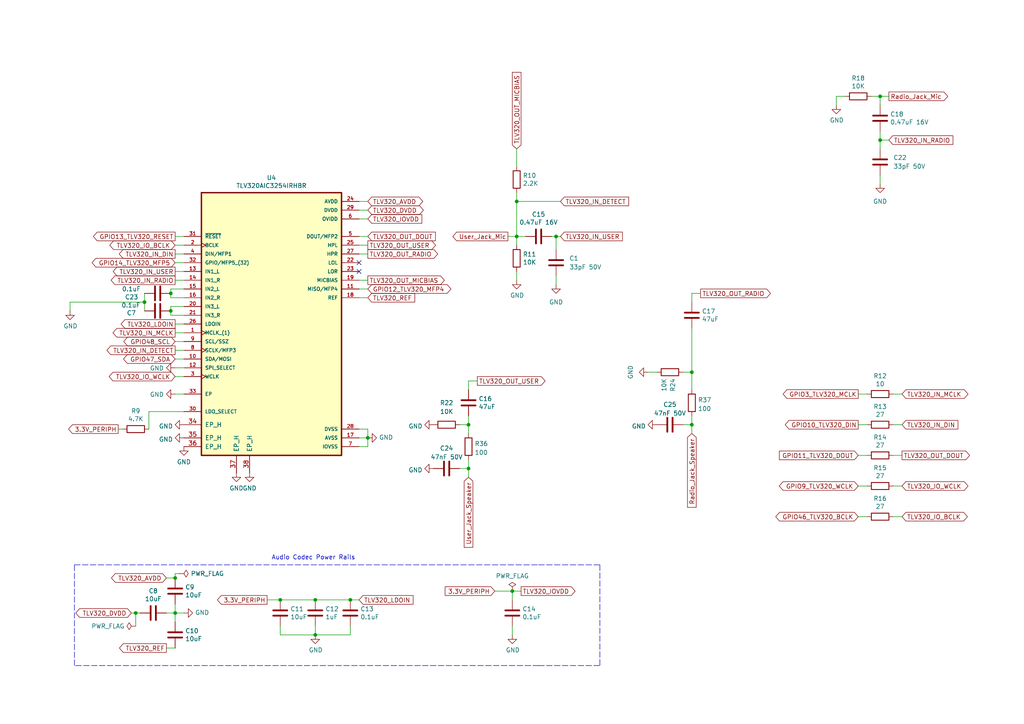
<source format=kicad_sch>
(kicad_sch (version 20211123) (generator eeschema)
  (paper "A4")
  (title_block (title "ezDV Audio Codec") (date "2023-04-03") (rev "v0.8") (company "FreeDV Project"))
  (lib_symbols
    (symbol "Device:C" (pin_numbers hide) (pin_names (offset 0.254))
      (property "Reference" "C" (at 0.635 2.54 0))
      (property "Value" "C" (at 0.635 -2.54 0))
      (symbol "C_0_1"
        (polyline (pts (xy -2.032 -0.762) (xy 2.032 -0.762)) (stroke (width 0.508)))
        (polyline (pts (xy -2.032 0.762) (xy 2.032 0.762)) (stroke (width 0.508)))
      )
      (symbol "C_1_1"
        (pin passive line (at 0 3.81 270) (length 2.794) (name "~") (number "1"))
        (pin passive line (at 0 -3.81 90) (length 2.794) (name "~") (number "2"))
      )
    )
    (symbol "Device:R" (pin_numbers hide) (pin_names (offset 0))
      (property "Reference" "R" (at 2.032 0 90))
      (property "Value" "R" (at 0 0 90))
      (symbol "R_0_1"
        (rectangle (start -1.016 -2.54) (end 1.016 2.54) (stroke (width 0.254)))
      )
      (symbol "R_1_1"
        (pin passive line (at 0 3.81 270) (length 1.27) (name "~") (number "1"))
        (pin passive line (at 0 -3.81 90) (length 1.27) (name "~") (number "2"))
      )
    )
    (symbol "TLV320AIC3254IRHBR:TLV320AIC3254IRHBR" (pin_names (offset 1.016))
      (property "Reference" "U4" (at 0 42.418 0))
      (property "Value" "TLV320AIC3254IRHBR" (at 0 40.1066 0))
      (symbol "TLV320AIC3254IRHBR_0_0"
        (rectangle (start -20.32 -38.1) (end 20.32 38.1) (stroke (width 0.4064)) (fill (type background)))
        (pin input clock (at -25.4 -2.54 0) (length 5.08) (name "MCLK_(1)") (number "1"))
        (pin input line (at -25.4 -10.16 0) (length 5.08) (name "SDA/MOSI") (number "10"))
        (pin output line (at 25.4 10.16 180) (length 5.08) (name "MISO/MFP4") (number "11"))
        (pin input line (at -25.4 -12.7 0) (length 5.08) (name "SPI_SELECT") (number "12"))
        (pin input line (at -25.4 15.24 0) (length 5.08) (name "IN1_L") (number "13"))
        (pin input line (at -25.4 12.7 0) (length 5.08) (name "IN1_R") (number "14"))
        (pin input line (at -25.4 10.16 0) (length 5.08) (name "IN2_L") (number "15"))
        (pin input line (at -25.4 7.62 0) (length 5.08) (name "IN2_R") (number "16"))
        (pin power_in line (at 25.4 -33.02 180) (length 5.08) (name "AVSS") (number "17"))
        (pin output line (at 25.4 7.62 180) (length 5.08) (name "REF") (number "18"))
        (pin output line (at 25.4 12.7 180) (length 5.08) (name "MICBIAS") (number "19"))
        (pin input clock (at -25.4 22.86 0) (length 5.08) (name "BCLK") (number "2"))
        (pin input line (at -25.4 5.08 0) (length 5.08) (name "IN3_L") (number "20"))
        (pin input line (at -25.4 2.54 0) (length 5.08) (name "IN3_R") (number "21"))
        (pin output line (at 25.4 17.78 180) (length 5.08) (name "LOL") (number "22"))
        (pin output line (at 25.4 15.24 180) (length 5.08) (name "LOR") (number "23"))
        (pin power_in line (at 25.4 35.56 180) (length 5.08) (name "AVDD") (number "24"))
        (pin output line (at 25.4 22.86 180) (length 5.08) (name "HPL") (number "25"))
        (pin input line (at -25.4 0 0) (length 5.08) (name "LDOIN") (number "26"))
        (pin output line (at 25.4 20.32 180) (length 5.08) (name "HPR") (number "27"))
        (pin power_in line (at 25.4 -30.48 180) (length 5.08) (name "DVSS") (number "28"))
        (pin power_in line (at 25.4 33.02 180) (length 5.08) (name "DVDD") (number "29"))
        (pin input clock (at -25.4 -15.24 0) (length 5.08) (name "WCLK") (number "3"))
        (pin bidirectional line (at -25.4 -25.4 0) (length 5.08) (name "LDO_SELECT") (number "30"))
        (pin input line (at -25.4 25.4 0) (length 5.08) (name "~{RESET}") (number "31"))
        (pin input line (at -25.4 17.78 0) (length 5.08) (name "GPIO/MFP5_(32)") (number "32"))
        (pin bidirectional line (at -25.4 -20.32 0) (length 5.08) (name "EP") (number "33"))
        (pin input line (at -25.4 20.32 0) (length 5.08) (name "DIN/MFP1") (number "4"))
        (pin output line (at 25.4 25.4 180) (length 5.08) (name "DOUT/MFP2") (number "5"))
        (pin power_in line (at 25.4 30.48 180) (length 5.08) (name "OVIDD") (number "6"))
        (pin power_in line (at 25.4 -35.56 180) (length 5.08) (name "IOVSS") (number "7"))
        (pin input clock (at -25.4 -7.62 0) (length 5.08) (name "SCLK/MFP3") (number "8"))
        (pin input line (at -25.4 -5.08 0) (length 5.08) (name "SCL/SSZ") (number "9"))
      )
      (symbol "TLV320AIC3254IRHBR_1_1"
        (pin bidirectional line (at -25.4 -29.21 0) (length 5.08) (name "EP_H") (number "34"))
        (pin bidirectional line (at -25.4 -33.02 0) (length 5.08) (name "EP_H") (number "35"))
        (pin bidirectional line (at -25.4 -35.56 0) (length 5.08) (name "EP_H") (number "36"))
        (pin bidirectional line (at -10.16 -43.18 90) (length 5.08) (name "EP_H") (number "37"))
        (pin bidirectional line (at -6.35 -43.18 90) (length 5.08) (name "EP_H") (number "38"))
      )
    )
    (symbol "power:GND" (power) (pin_names (offset 0))
      (property "Value" "GND" (at 0 -3.81 0))
      (symbol "GND_0_1"
        (polyline (pts (xy 0 0) (xy 0 -1.27) (xy 1.27 -1.27) (xy 0 -2.54) (xy -1.27 -1.27) (xy 0 -1.27)))
      )
      (symbol "GND_1_1"
        (pin power_in line (at 0 0 270) (length 0) hide (name "GND") (number "1"))
      )
    )
    (symbol "power:PWR_FLAG" (power) (pin_numbers hide) (pin_names (offset 0) hide)
      (property "Value" "PWR_FLAG" (at 0 3.81 0))
      (symbol "PWR_FLAG_0_0"
        (pin power_out line (at 0 0 90) (length 0) (name "pwr") (number "1"))
      )
      (symbol "PWR_FLAG_0_1"
        (polyline (pts (xy 0 0) (xy 0 1.27) (xy -1.016 1.905) (xy 0 2.54) (xy 1.016 1.905) (xy 0 1.27)))
      )
    )
  )
  (junction (at 148.59 171.45))
  (junction (at 50.8 167.64))
  (junction (at 41.91 87.63))
  (junction (at 39.37 177.8))
  (junction (at 200.66 123.19))
  (junction (at 200.66 107.95))
  (junction (at 135.89 123.19))
  (junction (at 255.27 40.64))
  (junction (at 149.86 68.58))
  (junction (at 49.53 90.17))
  (junction (at 149.86 58.42))
  (junction (at 50.8 177.8))
  (junction (at 91.44 173.99))
  (junction (at 161.29 68.58))
  (junction (at 91.44 184.15))
  (junction (at 101.6 173.99))
  (junction (at 255.27 27.94))
  (junction (at 135.89 135.89))
  (junction (at 106.68 127))
  (junction (at 81.28 173.99))
  (junction (at 49.53 85.09))
  (no_connect (at 104.14 78.74))
  (no_connect (at 104.14 76.2))
  (wire (pts (xy 255.27 30.48) (xy 255.27 27.94)))
  (wire (pts (xy 50.8 78.74) (xy 53.34 78.74)))
  (wire (pts (xy 255.27 50.8) (xy 255.27 53.34)))
  (wire (pts (xy 106.68 73.66) (xy 104.14 73.66)))
  (wire (pts (xy 104.14 129.54) (xy 106.68 129.54)))
  (wire (pts (xy 148.59 171.45) (xy 151.13 171.45)))
  (wire (pts (xy 255.27 40.64) (xy 255.27 43.18)))
  (wire (pts (xy 200.66 85.09) (xy 203.2 85.09)))
  (wire (pts (xy 101.6 181.61) (xy 101.6 184.15)))
  (wire (pts (xy 162.56 58.42) (xy 149.86 58.42)))
  (wire (pts (xy 104.14 63.5) (xy 106.68 63.5)))
  (wire (pts (xy 200.66 107.95) (xy 200.66 113.03)))
  (wire (pts (xy 104.14 127) (xy 106.68 127)))
  (wire (pts (xy 34.29 124.46) (xy 35.56 124.46)))
  (wire (pts (xy 147.32 68.58) (xy 149.86 68.58)))
  (wire (pts (xy 200.66 123.19) (xy 200.66 125.73)))
  (wire (pts (xy 106.68 129.54) (xy 106.68 127)))
  (wire (pts (xy 190.5 107.95) (xy 187.96 107.95)))
  (polyline (pts (xy 156.21 193.04) (xy 21.59 193.04)))
  (wire (pts (xy 200.66 87.63) (xy 200.66 85.09)))
  (wire (pts (xy 104.14 58.42) (xy 106.68 58.42)))
  (wire (pts (xy 104.14 124.46) (xy 106.68 124.46)))
  (wire (pts (xy 248.92 140.97) (xy 251.46 140.97)))
  (wire (pts (xy 49.53 85.09) (xy 49.53 86.36)))
  (wire (pts (xy 149.86 55.88) (xy 149.86 58.42)))
  (wire (pts (xy 106.68 60.96) (xy 104.14 60.96)))
  (wire (pts (xy 53.34 68.58) (xy 50.8 68.58)))
  (wire (pts (xy 50.8 73.66) (xy 53.34 73.66)))
  (wire (pts (xy 152.4 68.58) (xy 149.86 68.58)))
  (wire (pts (xy 81.28 173.99) (xy 77.47 173.99)))
  (wire (pts (xy 135.89 110.49) (xy 138.43 110.49)))
  (wire (pts (xy 251.46 149.86) (xy 248.92 149.86)))
  (wire (pts (xy 149.86 58.42) (xy 149.86 68.58)))
  (wire (pts (xy 50.8 177.8) (xy 53.34 177.8)))
  (wire (pts (xy 50.8 175.26) (xy 50.8 177.8)))
  (wire (pts (xy 20.32 87.63) (xy 20.32 90.17)))
  (wire (pts (xy 20.32 87.63) (xy 41.91 87.63)))
  (wire (pts (xy 50.8 187.96) (xy 48.26 187.96)))
  (wire (pts (xy 91.44 173.99) (xy 101.6 173.99)))
  (wire (pts (xy 161.29 68.58) (xy 162.56 68.58)))
  (polyline (pts (xy 156.21 193.04) (xy 173.99 193.04)))
  (wire (pts (xy 198.12 123.19) (xy 200.66 123.19)))
  (wire (pts (xy 53.34 83.82) (xy 49.53 83.82)))
  (wire (pts (xy 255.27 40.64) (xy 257.81 40.64)))
  (wire (pts (xy 81.28 184.15) (xy 81.28 181.61)))
  (wire (pts (xy 43.18 119.38) (xy 53.34 119.38)))
  (wire (pts (xy 261.62 140.97) (xy 259.08 140.97)))
  (wire (pts (xy 53.34 106.68) (xy 50.8 106.68)))
  (wire (pts (xy 149.86 43.18) (xy 149.86 48.26)))
  (wire (pts (xy 248.92 123.19) (xy 251.46 123.19)))
  (wire (pts (xy 135.89 123.19) (xy 135.89 120.65)))
  (wire (pts (xy 259.08 149.86) (xy 261.62 149.86)))
  (polyline (pts (xy 156.21 163.83) (xy 173.99 163.83)))
  (wire (pts (xy 39.37 177.8) (xy 38.1 177.8)))
  (wire (pts (xy 53.34 86.36) (xy 49.53 86.36)))
  (wire (pts (xy 259.08 123.19) (xy 261.62 123.19)))
  (wire (pts (xy 261.62 114.3) (xy 259.08 114.3)))
  (wire (pts (xy 143.51 171.45) (xy 148.59 171.45)))
  (wire (pts (xy 148.59 181.61) (xy 148.59 184.15)))
  (wire (pts (xy 149.86 68.58) (xy 149.86 71.12)))
  (wire (pts (xy 104.14 86.36) (xy 106.68 86.36)))
  (polyline (pts (xy 21.59 163.83) (xy 156.21 163.83)))
  (wire (pts (xy 148.59 173.99) (xy 148.59 171.45)))
  (polyline (pts (xy 173.99 163.83) (xy 173.99 193.04)))
  (wire (pts (xy 50.8 99.06) (xy 53.34 99.06)))
  (wire (pts (xy 50.8 93.98) (xy 53.34 93.98)))
  (wire (pts (xy 133.35 123.19) (xy 135.89 123.19)))
  (wire (pts (xy 245.11 27.94) (xy 242.57 27.94)))
  (wire (pts (xy 198.12 107.95) (xy 200.66 107.95)))
  (wire (pts (xy 104.14 173.99) (xy 101.6 173.99)))
  (wire (pts (xy 41.91 87.63) (xy 41.91 90.17)))
  (wire (pts (xy 91.44 184.15) (xy 81.28 184.15)))
  (wire (pts (xy 133.35 135.89) (xy 135.89 135.89)))
  (wire (pts (xy 40.64 177.8) (xy 39.37 177.8)))
  (wire (pts (xy 161.29 80.01) (xy 161.29 82.55)))
  (wire (pts (xy 104.14 83.82) (xy 106.68 83.82)))
  (wire (pts (xy 135.89 123.19) (xy 135.89 125.73)))
  (wire (pts (xy 53.34 81.28) (xy 50.8 81.28)))
  (wire (pts (xy 49.53 90.17) (xy 49.53 91.44)))
  (wire (pts (xy 50.8 167.64) (xy 48.26 167.64)))
  (wire (pts (xy 255.27 27.94) (xy 257.81 27.94)))
  (wire (pts (xy 81.28 173.99) (xy 91.44 173.99)))
  (wire (pts (xy 104.14 71.12) (xy 106.68 71.12)))
  (wire (pts (xy 251.46 114.3) (xy 248.92 114.3)))
  (polyline (pts (xy 21.59 193.04) (xy 21.59 163.83)))
  (wire (pts (xy 200.66 120.65) (xy 200.66 123.19)))
  (wire (pts (xy 160.02 68.58) (xy 161.29 68.58)))
  (wire (pts (xy 104.14 81.28) (xy 106.68 81.28)))
  (wire (pts (xy 50.8 166.37) (xy 50.8 167.64)))
  (wire (pts (xy 53.34 76.2) (xy 50.8 76.2)))
  (wire (pts (xy 255.27 27.94) (xy 252.73 27.94)))
  (wire (pts (xy 161.29 68.58) (xy 161.29 72.39)))
  (wire (pts (xy 101.6 184.15) (xy 91.44 184.15)))
  (wire (pts (xy 50.8 180.34) (xy 50.8 177.8)))
  (wire (pts (xy 135.89 135.89) (xy 135.89 133.35)))
  (wire (pts (xy 53.34 88.9) (xy 49.53 88.9)))
  (wire (pts (xy 48.26 177.8) (xy 50.8 177.8)))
  (wire (pts (xy 251.46 132.08) (xy 248.92 132.08)))
  (wire (pts (xy 106.68 124.46) (xy 106.68 127)))
  (wire (pts (xy 39.37 181.61) (xy 39.37 177.8)))
  (wire (pts (xy 53.34 71.12) (xy 50.8 71.12)))
  (wire (pts (xy 53.34 101.6) (xy 50.8 101.6)))
  (wire (pts (xy 52.07 166.37) (xy 50.8 166.37)))
  (wire (pts (xy 43.18 124.46) (xy 43.18 119.38)))
  (wire (pts (xy 49.53 88.9) (xy 49.53 90.17)))
  (wire (pts (xy 53.34 109.22) (xy 50.8 109.22)))
  (wire (pts (xy 49.53 91.44) (xy 53.34 91.44)))
  (wire (pts (xy 149.86 81.28) (xy 149.86 78.74)))
  (wire (pts (xy 106.68 68.58) (xy 104.14 68.58)))
  (wire (pts (xy 255.27 38.1) (xy 255.27 40.64)))
  (wire (pts (xy 259.08 132.08) (xy 261.62 132.08)))
  (wire (pts (xy 41.91 87.63) (xy 41.91 85.09)))
  (wire (pts (xy 53.34 114.3) (xy 50.8 114.3)))
  (wire (pts (xy 200.66 95.25) (xy 200.66 107.95)))
  (wire (pts (xy 53.34 104.14) (xy 50.8 104.14)))
  (wire (pts (xy 135.89 135.89) (xy 135.89 138.43)))
  (wire (pts (xy 49.53 83.82) (xy 49.53 85.09)))
  (wire (pts (xy 91.44 184.15) (xy 91.44 181.61)))
  (wire (pts (xy 53.34 96.52) (xy 50.8 96.52)))
  (wire (pts (xy 242.57 27.94) (xy 242.57 30.48)))
  (wire (pts (xy 135.89 113.03) (xy 135.89 110.49)))
  (text "Audio Codec Power Rails" (at 78.74 162.56 0) (effects (font (size 1.27 1.27)) (justify left bottom)))
  (global_label "TLV320_IN_USER" (shape input) (at 162.56 68.58 0) (property "Intersheet References" "${INTERSHEET_REFS}" (effects hide)))
  (global_label "TLV320_IN_MCLK" (shape bidirectional) (at 261.62 114.3 0) (property "Intersheet References" "${INTERSHEET_REFS}" (effects hide)))
  (global_label "GPIO13_TLV320_RESET" (shape output) (at 50.8 68.58 180) (property "Intersheet References" "${INTERSHEET_REFS}" (effects hide)))
  (global_label "TLV320_AVDD" (shape bidirectional) (at 106.68 58.42 0) (property "Intersheet References" "${INTERSHEET_REFS}" (effects hide)))
  (global_label "User_Jack_Mic" (shape output) (at 147.32 68.58 180) (property "Intersheet References" "${INTERSHEET_REFS}" (effects hide)))
  (global_label "TLV320_IO_BCLK" (shape bidirectional) (at 50.8 71.12 180) (property "Intersheet References" "${INTERSHEET_REFS}" (effects hide)))
  (global_label "Radio_Jack_Speaker" (shape input) (at 200.66 125.73 270) (property "Intersheet References" "${INTERSHEET_REFS}" (effects hide)))
  (global_label "TLV320_IO_BCLK" (shape bidirectional) (at 261.62 149.86 0) (property "Intersheet References" "${INTERSHEET_REFS}" (effects hide)))
  (global_label "TLV320_OUT_USER" (shape output) (at 106.68 71.12 0) (property "Intersheet References" "${INTERSHEET_REFS}" (effects hide)))
  (global_label "TLV320_REF" (shape output) (at 48.26 187.96 180) (property "Intersheet References" "${INTERSHEET_REFS}" (effects hide)))
  (global_label "TLV320_IN_MCLK" (shape output) (at 50.8 96.52 180) (property "Intersheet References" "${INTERSHEET_REFS}" (effects hide)))
  (global_label "TLV320_LDOIN" (shape output) (at 50.8 93.98 180) (property "Intersheet References" "${INTERSHEET_REFS}" (effects hide)))
  (global_label "GPIO9_TLV320_WCLK" (shape bidirectional) (at 248.92 140.97 180) (property "Intersheet References" "${INTERSHEET_REFS}" (effects hide)))
  (global_label "TLV320_REF" (shape input) (at 106.68 86.36 0) (property "Intersheet References" "${INTERSHEET_REFS}" (effects hide)))
  (global_label "TLV320_IN_DETECT" (shape input) (at 162.56 58.42 0) (property "Intersheet References" "${INTERSHEET_REFS}" (effects hide)))
  (global_label "GPIO46_TLV320_BCLK" (shape bidirectional) (at 248.92 149.86 180) (property "Intersheet References" "${INTERSHEET_REFS}" (effects hide)))
  (global_label "TLV320_IOVDD" (shape output) (at 151.13 171.45 0) (property "Intersheet References" "${INTERSHEET_REFS}" (effects hide)))
  (global_label "GPIO47_SDA" (shape bidirectional) (at 50.8 104.14 180) (property "Intersheet References" "${INTERSHEET_REFS}" (effects hide)))
  (global_label "TLV320_IO_WCLK" (shape bidirectional) (at 261.62 140.97 0) (property "Intersheet References" "${INTERSHEET_REFS}" (effects hide)))
  (global_label "GPIO14_TLV320_MFP5" (shape bidirectional) (at 50.8 76.2 180) (property "Intersheet References" "${INTERSHEET_REFS}" (effects hide)))
  (global_label "TLV320_DVDD" (shape bidirectional) (at 38.1 177.8 180) (property "Intersheet References" "${INTERSHEET_REFS}" (effects hide)))
  (global_label "GPIO48_SCL" (shape bidirectional) (at 50.8 99.06 180) (property "Intersheet References" "${INTERSHEET_REFS}" (effects hide)))
  (global_label "TLV320_IN_DIN" (shape output) (at 50.8 73.66 180) (property "Intersheet References" "${INTERSHEET_REFS}" (effects hide)))
  (global_label "TLV320_OUT_USER" (shape output) (at 138.43 110.49 0) (property "Intersheet References" "${INTERSHEET_REFS}" (effects hide)))
  (global_label "TLV320_OUT_MICBIAS" (shape output) (at 106.68 81.28 0) (property "Intersheet References" "${INTERSHEET_REFS}" (effects hide)))
  (global_label "GPIO3_TLV320_MCLK" (shape output) (at 248.92 114.3 180) (property "Intersheet References" "${INTERSHEET_REFS}" (effects hide)))
  (global_label "TLV320_IN_RADIO" (shape input) (at 257.81 40.64 0) (property "Intersheet References" "${INTERSHEET_REFS}" (effects hide)))
  (global_label "TLV320_IO_WCLK" (shape bidirectional) (at 50.8 109.22 180) (property "Intersheet References" "${INTERSHEET_REFS}" (effects hide)))
  (global_label "TLV320_IOVDD" (shape input) (at 106.68 63.5 0) (property "Intersheet References" "${INTERSHEET_REFS}" (effects hide)))
  (global_label "Radio_Jack_Mic" (shape output) (at 257.81 27.94 0) (property "Intersheet References" "${INTERSHEET_REFS}" (effects hide)))
  (global_label "TLV320_OUT_DOUT" (shape input) (at 106.68 68.58 0) (property "Intersheet References" "${INTERSHEET_REFS}" (effects hide)))
  (global_label "TLV320_OUT_DOUT" (shape output) (at 261.62 132.08 0) (property "Intersheet References" "${INTERSHEET_REFS}" (effects hide)))
  (global_label "3.3V_PERIPH" (shape output) (at 34.29 124.46 180) (property "Intersheet References" "${INTERSHEET_REFS}" (effects hide)))
  (global_label "TLV320_IN_USER" (shape output) (at 50.8 78.74 180) (property "Intersheet References" "${INTERSHEET_REFS}" (effects hide)))
  (global_label "3.3V_PERIPH" (shape output) (at 77.47 173.99 180) (property "Intersheet References" "${INTERSHEET_REFS}" (effects hide)))
  (global_label "TLV320_DVDD" (shape bidirectional) (at 106.68 60.96 0) (property "Intersheet References" "${INTERSHEET_REFS}" (effects hide)))
  (global_label "TLV320_IN_RADIO" (shape output) (at 50.8 81.28 180) (property "Intersheet References" "${INTERSHEET_REFS}" (effects hide)))
  (global_label "TLV320_OUT_MICBIAS" (shape input) (at 149.86 43.18 90) (property "Intersheet References" "${INTERSHEET_REFS}" (effects hide)))
  (global_label "User_Jack_Speaker" (shape input) (at 135.89 138.43 270) (property "Intersheet References" "${INTERSHEET_REFS}" (effects hide)))
  (global_label "TLV320_IN_DETECT" (shape output) (at 50.8 101.6 180) (property "Intersheet References" "${INTERSHEET_REFS}" (effects hide)))
  (global_label "GPIO11_TLV320_DOUT" (shape input) (at 248.92 132.08 180) (property "Intersheet References" "${INTERSHEET_REFS}" (effects hide)))
  (global_label "GPIO10_TLV320_DIN" (shape output) (at 248.92 123.19 180) (property "Intersheet References" "${INTERSHEET_REFS}" (effects hide)))
  (global_label "TLV320_IN_DIN" (shape input) (at 261.62 123.19 0) (property "Intersheet References" "${INTERSHEET_REFS}" (effects hide)))
  (global_label "TLV320_LDOIN" (shape input) (at 104.14 173.99 0) (property "Intersheet References" "${INTERSHEET_REFS}" (effects hide)))
  (global_label "TLV320_AVDD" (shape bidirectional) (at 48.26 167.64 180) (property "Intersheet References" "${INTERSHEET_REFS}" (effects hide)))
  (global_label "TLV320_OUT_RADIO" (shape output) (at 203.2 85.09 0) (property "Intersheet References" "${INTERSHEET_REFS}" (effects hide)))
  (global_label "TLV320_OUT_RADIO" (shape output) (at 106.68 73.66 0) (property "Intersheet References" "${INTERSHEET_REFS}" (effects hide)))
  (global_label "GPIO12_TLV320_MFP4" (shape bidirectional) (at 106.68 83.82 0) (property "Intersheet References" "${INTERSHEET_REFS}" (effects hide)))
  (global_label "3.3V_PERIPH" (shape input) (at 143.51 171.45 180) (property "Intersheet References" "${INTERSHEET_REFS}" (effects hide)))
  (symbol (lib_id "power:GND") (at 161.29 82.55 0) (unit 1)
    (property "Reference" "#PWR041" (effects hide))
    (property "Value" "GND" (at 161.29 87.63 0))
  )
  (symbol (lib_id "Device:C") (at 91.44 177.8 0) (unit 1)
    (property "Reference" "C12" (at 94.361 176.6316 0) (effects (justify left)))
    (property "Value" "1uF" (at 94.361 178.943 0) (effects (justify left)))
    (property "Footprint" "Capacitor_SMD:C_0402_1005Metric" (effects hide))
    (property "Datasheet" "https://datasheet.lcsc.com/lcsc/1810191214_Samsung-Electro-Mechanics-CL05A105KP5NNNC_C14445.pdf" (effects hide))
    (property "LCSC" "C14445" (effects hide))
  )
  (symbol (lib_id "power:GND") (at 53.34 127 270) (unit 1)
    (property "Reference" "#PWR0112" (effects hide))
    (property "Value" "GND" (at 50.1651 127.4338 90) (effects (justify right)))
  )
  (symbol (lib_id "Device:R") (at 149.86 52.07 0) (unit 1)
    (property "Reference" "R10" (at 151.638 50.9016 0) (effects (justify left)))
    (property "Value" "2.2K" (at 151.638 53.213 0) (effects (justify left)))
    (property "Footprint" "Resistor_SMD:R_0402_1005Metric" (effects hide))
    (property "Datasheet" "https://datasheet.lcsc.com/lcsc/1809201112_YAGEO-RC0402FR-072K2L_C114762.pdf" (effects hide))
    (property "LCSC" "C114762" (effects hide))
  )
  (symbol (lib_id "power:GND") (at 242.57 30.48 0) (unit 1)
    (property "Reference" "#PWR020" (effects hide))
    (property "Value" "GND" (at 242.697 34.8742 0))
  )
  (symbol (lib_id "power:PWR_FLAG") (at 39.37 181.61 90) (unit 1)
    (property "Reference" "#FLG03" (effects hide))
    (property "Value" "PWR_FLAG" (at 36.1442 181.61 90) (effects (justify left)))
  )
  (symbol (lib_id "Device:R") (at 255.27 149.86 270) (unit 1)
    (property "Reference" "R16" (at 255.27 144.6022 90))
    (property "Value" "27" (at 255.27 146.9136 90))
    (property "Footprint" "Resistor_SMD:R_0402_1005Metric" (effects hide))
    (property "Datasheet" "https://datasheet.lcsc.com/lcsc/2110260230_UNI-ROYAL-Uniroyal-Elec-0402WGF274JTCE_C31439.pdf" (effects hide))
    (property "LCSC" "C31439" (effects hide))
  )
  (symbol (lib_id "TLV320AIC3254IRHBR:TLV320AIC3254IRHBR") (at 78.74 93.98 0) (unit 1)
    (property "Reference" "U4" (at 78.74 51.562 0))
    (property "Value" "TLV320AIC3254IRHBR" (at 78.74 53.8734 0))
    (property "Footprint" "ezDV_production:IC_ADS125H01IRHBT" (effects hide))
    (property "Datasheet" "https://www.ti.com/cn/lit/ds/symlink/tlv320aic3254.pdf?ts=1651153824042" (effects hide))
    (property "LCSC" "C9925" (effects hide))
  )
  (symbol (lib_id "power:GND") (at 20.32 90.17 0) (unit 1)
    (property "Reference" "#PWR012" (effects hide))
    (property "Value" "GND" (at 20.447 94.5642 0))
  )
  (symbol (lib_id "Device:C") (at 156.21 68.58 90) (unit 1)
    (property "Reference" "C15" (at 156.21 62.1792 90))
    (property "Value" "0.47uF 16V" (at 156.21 64.4906 90))
    (property "Footprint" "Capacitor_SMD:C_0402_1005Metric" (effects hide))
    (property "Datasheet" "https://datasheet.lcsc.com/lcsc/2006031032_Walsin-Tech-Corp-0402X474K160CT_C575468.pdf" (effects hide))
    (property "LCSC" "C575468" (effects hide))
  )
  (symbol (lib_id "power:GND") (at 53.34 177.8 90) (unit 1)
    (property "Reference" "#PWR015" (effects hide))
    (property "Value" "GND" (at 56.5912 177.673 90) (effects (justify right)))
  )
  (symbol (lib_id "Device:R") (at 129.54 123.19 270) (unit 1)
    (property "Reference" "R22" (at 129.54 116.84 90))
    (property "Value" "10K" (at 129.54 119.38 90))
    (property "Footprint" "Resistor_SMD:R_0402_1005Metric" (effects hide))
    (property "Datasheet" "https://datasheet.lcsc.com/lcsc/2206010100_UNI-ROYAL-Uniroyal-Elec-0402WGF1002TCE_C25744.pdf" (effects hide))
    (property "LCSC" "C25744" (effects hide))
  )
  (symbol (lib_id "power:GND") (at 125.73 123.19 270) (unit 1)
    (property "Reference" "#PWR0102" (effects hide))
    (property "Value" "GND" (at 122.5551 123.6238 90) (effects (justify right)))
  )
  (symbol (lib_id "power:GND") (at 68.58 137.16 0) (unit 1)
    (property "Reference" "#PWR0113" (effects hide))
    (property "Value" "GND" (at 68.58 141.6034 0))
  )
  (symbol (lib_id "Device:R") (at 255.27 114.3 270) (unit 1)
    (property "Reference" "R12" (at 255.27 109.0422 90))
    (property "Value" "10" (at 255.27 111.3536 90))
    (property "Footprint" "Resistor_SMD:R_0402_1005Metric" (effects hide))
    (property "Datasheet" "https://datasheet.lcsc.com/lcsc/2110252230_UNI-ROYAL-Uniroyal-Elec-0402WGF100JTCE_C25077.pdf" (effects hide))
    (property "LCSC" "C25077" (effects hide))
  )
  (symbol (lib_id "Device:C") (at 50.8 171.45 0) (unit 1)
    (property "Reference" "C9" (at 53.721 170.2816 0) (effects (justify left)))
    (property "Value" "10uF" (at 53.721 172.593 0) (effects (justify left)))
    (property "Footprint" "Capacitor_SMD:C_0402_1005Metric" (effects hide))
    (property "Datasheet" "https://datasheet.lcsc.com/lcsc/2007131004_Samsung-Electro-Mechanics-CL05A106MP5NUNC_C315248.pdf" (effects hide))
    (property "LCSC" "C315248" (effects hide))
  )
  (symbol (lib_id "power:GND") (at 187.96 107.95 270) (unit 1)
    (property "Reference" "#PWR0101" (effects hide))
    (property "Value" "GND" (at 182.88 107.95 0))
  )
  (symbol (lib_id "Device:C") (at 200.66 91.44 0) (unit 1)
    (property "Reference" "C17" (at 203.581 90.2716 0) (effects (justify left)))
    (property "Value" "47uF" (at 203.581 92.583 0) (effects (justify left)))
    (property "Footprint" "Capacitor_SMD:C_0603_1608Metric" (effects hide))
    (property "Datasheet" "https://datasheet.lcsc.com/lcsc/1811081617_Murata-Electronics-GRM188R60J476ME15D_C140782.pdf" (effects hide))
    (property "LCSC" "C140782" (effects hide))
  )
  (symbol (lib_id "Device:C") (at 135.89 116.84 0) (unit 1)
    (property "Reference" "C16" (at 138.811 115.6716 0) (effects (justify left)))
    (property "Value" "47uF" (at 138.811 117.983 0) (effects (justify left)))
    (property "Footprint" "Capacitor_SMD:C_0603_1608Metric" (effects hide))
    (property "Datasheet" "https://datasheet.lcsc.com/lcsc/1811081617_Murata-Electronics-GRM188R60J476ME15D_C140782.pdf" (effects hide))
    (property "LCSC" "C140782" (effects hide))
  )
  (symbol (lib_id "Device:C") (at 161.29 76.2 0) (unit 1)
    (property "Reference" "C1" (at 165.1 74.9299 0) (effects (justify left)))
    (property "Value" "33pF 50V" (at 165.1 77.4699 0) (effects (justify left)))
    (property "Footprint" "Capacitor_SMD:C_0402_1005Metric" (effects hide))
    (property "Datasheet" "https://datasheet.lcsc.com/lcsc/1811141731_FH--Guangdong-Fenghua-Advanced-Tech-0402CG330J500NT_C1562.pdf" (effects hide))
    (property "LCSC" "C1562" (effects hide))
  )
  (symbol (lib_id "Device:C") (at 148.59 177.8 0) (unit 1)
    (property "Reference" "C14" (at 151.511 176.6316 0) (effects (justify left)))
    (property "Value" "0.1uF" (at 151.511 178.943 0) (effects (justify left)))
    (property "Footprint" "Capacitor_SMD:C_0402_1005Metric" (effects hide))
    (property "Datasheet" "https://datasheet.lcsc.com/lcsc/1810191219_Samsung-Electro-Mechanics-CL05B104KO5NNNC_C1525.pdf" (effects hide))
    (property "LCSC" "C1525" (effects hide))
  )
  (symbol (lib_id "Device:R") (at 39.37 124.46 90) (unit 1)
    (property "Reference" "R9" (at 39.37 119.2022 90))
    (property "Value" "4.7K" (at 39.37 121.5136 90))
    (property "Footprint" "Resistor_SMD:R_0402_1005Metric" (effects hide))
    (property "Datasheet" "https://datasheet.lcsc.com/lcsc/2110260030_UNI-ROYAL-Uniroyal-Elec-0402WGF4701TCE_C25900.pdf" (effects hide))
    (property "LCSC" "C25900" (effects hide))
  )
  (symbol (lib_id "Device:C") (at 45.72 90.17 270) (unit 1)
    (property "Reference" "C23" (at 38.1821 86.1653 90))
    (property "Value" "0.1uF" (at 38.1 83.82 90))
    (property "Footprint" "Capacitor_SMD:C_0402_1005Metric" (effects hide))
    (property "Datasheet" "https://datasheet.lcsc.com/lcsc/1810191219_Samsung-Electro-Mechanics-CL05B104KO5NNNC_C1525.pdf" (effects hide))
    (property "LCSC" "C1525" (effects hide))
  )
  (symbol (lib_id "Device:R") (at 200.66 116.84 0) (unit 1)
    (property "Reference" "R37" (at 202.438 116.0053 0) (effects (justify left)))
    (property "Value" "100" (at 202.438 118.5422 0) (effects (justify left)))
    (property "Footprint" "Resistor_SMD:R_0402_1005Metric" (effects hide))
    (property "Datasheet" "https://datasheet.lcsc.com/lcsc/2205311900_UNI-ROYAL-Uniroyal-Elec-0402WGF1000TCE_C25076.pdf" (effects hide))
    (property "LCSC" "C25076" (effects hide))
  )
  (symbol (lib_id "power:GND") (at 148.59 184.15 0) (unit 1)
    (property "Reference" "#PWR018" (effects hide))
    (property "Value" "GND" (at 148.717 188.5442 0))
  )
  (symbol (lib_id "Device:C") (at 255.27 34.29 0) (unit 1)
    (property "Reference" "C18" (at 258.191 33.1216 0) (effects (justify left)))
    (property "Value" "0.47uF 16V" (at 258.191 35.433 0) (effects (justify left)))
    (property "Footprint" "Capacitor_SMD:C_0402_1005Metric" (effects hide))
    (property "Datasheet" "https://datasheet.lcsc.com/lcsc/2006031032_Walsin-Tech-Corp-0402X474K160CT_C575468.pdf" (effects hide))
    (property "LCSC" "C575468" (effects hide))
  )
  (symbol (lib_id "Device:C") (at 194.31 123.19 90) (unit 1)
    (property "Reference" "C25" (at 194.31 117.3312 90))
    (property "Value" "47nF 50V" (at 194.31 119.8681 90))
    (property "Footprint" "Capacitor_SMD:C_0402_1005Metric" (effects hide))
    (property "Datasheet" "https://datasheet.lcsc.com/lcsc/2007131538_Murata-Electronics-GCM155R71H473KE02J_C697422.pdf" (effects hide))
    (property "LCSC" "C697422" (effects hide))
  )
  (symbol (lib_id "Device:R") (at 194.31 107.95 90) (unit 1)
    (property "Reference" "R24" (at 195.1447 109.728 0) (effects (justify right)))
    (property "Value" "10K" (at 192.6078 109.728 0) (effects (justify right)))
    (property "Footprint" "Resistor_SMD:R_0402_1005Metric" (effects hide))
    (property "Datasheet" "https://datasheet.lcsc.com/lcsc/2206010100_UNI-ROYAL-Uniroyal-Elec-0402WGF1002TCE_C25744.pdf" (effects hide))
    (property "LCSC" "C25744" (effects hide))
  )
  (symbol (lib_id "power:GND") (at 53.34 129.54 0) (unit 1)
    (property "Reference" "#PWR0115" (effects hide))
    (property "Value" "GND" (at 53.34 133.9834 0))
  )
  (symbol (lib_id "power:GND") (at 53.34 123.19 270) (unit 1)
    (property "Reference" "#PWR0116" (effects hide))
    (property "Value" "GND" (at 50.1651 123.6238 90) (effects (justify right)))
  )
  (symbol (lib_id "Device:R") (at 248.92 27.94 270) (unit 1)
    (property "Reference" "R18" (at 248.92 22.6822 90))
    (property "Value" "10K" (at 248.92 24.9936 90))
    (property "Footprint" "Resistor_SMD:R_0402_1005Metric" (effects hide))
    (property "Datasheet" "https://datasheet.lcsc.com/lcsc/2206010100_UNI-ROYAL-Uniroyal-Elec-0402WGF1002TCE_C25744.pdf" (effects hide))
    (property "LCSC" "C25744" (effects hide))
  )
  (symbol (lib_id "Device:C") (at 50.8 184.15 0) (unit 1)
    (property "Reference" "C10" (at 53.721 182.9816 0) (effects (justify left)))
    (property "Value" "10uF" (at 53.721 185.293 0) (effects (justify left)))
    (property "Footprint" "Capacitor_SMD:C_0402_1005Metric" (effects hide))
    (property "Datasheet" "https://datasheet.lcsc.com/lcsc/2007131004_Samsung-Electro-Mechanics-CL05A106MP5NUNC_C315248.pdf" (effects hide))
    (property "LCSC" "C315248" (effects hide))
  )
  (symbol (lib_id "Device:C") (at 101.6 177.8 0) (unit 1)
    (property "Reference" "C13" (at 104.521 176.6316 0) (effects (justify left)))
    (property "Value" "0.1uF" (at 104.521 178.943 0) (effects (justify left)))
    (property "Footprint" "Capacitor_SMD:C_0402_1005Metric" (effects hide))
    (property "Datasheet" "https://datasheet.lcsc.com/lcsc/1810191219_Samsung-Electro-Mechanics-CL05B104KO5NNNC_C1525.pdf" (effects hide))
    (property "LCSC" "C1525" (effects hide))
  )
  (symbol (lib_id "power:GND") (at 106.68 127 90) (unit 1)
    (property "Reference" "#PWR017" (effects hide))
    (property "Value" "GND" (at 109.9312 126.873 90) (effects (justify right)))
  )
  (symbol (lib_id "Device:R") (at 255.27 132.08 270) (unit 1)
    (property "Reference" "R14" (at 255.27 126.8222 90))
    (property "Value" "27" (at 255.27 129.1336 90))
    (property "Footprint" "Resistor_SMD:R_0402_1005Metric" (effects hide))
    (property "Datasheet" "https://datasheet.lcsc.com/lcsc/2110260230_UNI-ROYAL-Uniroyal-Elec-0402WGF274JTCE_C31439.pdf" (effects hide))
    (property "LCSC" "C31439" (effects hide))
  )
  (symbol (lib_id "power:GND") (at 125.73 135.89 270) (unit 1)
    (property "Reference" "#PWR052" (effects hide))
    (property "Value" "GND" (at 122.5551 136.3238 90) (effects (justify right)))
  )
  (symbol (lib_id "power:GND") (at 91.44 184.15 0) (unit 1)
    (property "Reference" "#PWR016" (effects hide))
    (property "Value" "GND" (at 91.567 188.5442 0))
  )
  (symbol (lib_id "Device:C") (at 255.27 46.99 0) (unit 1)
    (property "Reference" "C22" (at 259.08 45.7199 0) (effects (justify left)))
    (property "Value" "33pF 50V" (at 259.08 48.2599 0) (effects (justify left)))
    (property "Footprint" "Capacitor_SMD:C_0402_1005Metric" (effects hide))
    (property "Datasheet" "https://datasheet.lcsc.com/lcsc/1811141731_FH--Guangdong-Fenghua-Advanced-Tech-0402CG330J500NT_C1562.pdf" (effects hide))
    (property "LCSC" "C1562" (effects hide))
  )
  (symbol (lib_id "Device:C") (at 129.54 135.89 90) (unit 1)
    (property "Reference" "C24" (at 129.54 130.0312 90))
    (property "Value" "47nF 50V" (at 129.54 132.5681 90))
    (property "Footprint" "Capacitor_SMD:C_0402_1005Metric" (effects hide))
    (property "Datasheet" "https://datasheet.lcsc.com/lcsc/2007131538_Murata-Electronics-GCM155R71H473KE02J_C697422.pdf" (effects hide))
    (property "LCSC" "C697422" (effects hide))
  )
  (symbol (lib_id "power:GND") (at 50.8 114.3 270) (unit 1)
    (property "Reference" "#PWR014" (effects hide))
    (property "Value" "GND" (at 47.5488 114.427 90) (effects (justify right)))
  )
  (symbol (lib_id "Device:R") (at 255.27 140.97 270) (unit 1)
    (property "Reference" "R15" (at 255.27 135.7122 90))
    (property "Value" "27" (at 255.27 138.0236 90))
    (property "Footprint" "Resistor_SMD:R_0402_1005Metric" (effects hide))
    (property "Datasheet" "https://datasheet.lcsc.com/lcsc/2110260230_UNI-ROYAL-Uniroyal-Elec-0402WGF274JTCE_C31439.pdf" (effects hide))
    (property "LCSC" "C31439" (effects hide))
  )
  (symbol (lib_id "power:GND") (at 190.5 123.19 270) (unit 1)
    (property "Reference" "#PWR053" (effects hide))
    (property "Value" "GND" (at 187.3251 123.6238 90) (effects (justify right)))
  )
  (symbol (lib_id "power:PWR_FLAG") (at 148.59 171.45 0) (unit 1)
    (property "Reference" "#FLG0103" (effects hide))
    (property "Value" "PWR_FLAG" (at 148.59 167.0558 0))
  )
  (symbol (lib_id "Device:R") (at 255.27 123.19 270) (unit 1)
    (property "Reference" "R13" (at 255.27 117.9322 90))
    (property "Value" "27" (at 255.27 120.2436 90))
    (property "Footprint" "Resistor_SMD:R_0402_1005Metric" (effects hide))
    (property "Datasheet" "https://datasheet.lcsc.com/lcsc/2110260230_UNI-ROYAL-Uniroyal-Elec-0402WGF274JTCE_C31439.pdf" (effects hide))
    (property "LCSC" "C31439" (effects hide))
  )
  (symbol (lib_id "Device:C") (at 45.72 85.09 270) (unit 1)
    (property "Reference" "C7" (at 38.1053 90.7737 90))
    (property "Value" "0.1uF" (at 37.9517 88.5463 90))
    (property "Footprint" "Capacitor_SMD:C_0402_1005Metric" (effects hide))
    (property "Datasheet" "https://datasheet.lcsc.com/lcsc/1810191219_Samsung-Electro-Mechanics-CL05B104KO5NNNC_C1525.pdf" (effects hide))
    (property "LCSC" "C1525" (effects hide))
  )
  (symbol (lib_id "Device:C") (at 81.28 177.8 0) (unit 1)
    (property "Reference" "C11" (at 84.201 176.6316 0) (effects (justify left)))
    (property "Value" "10uF" (at 84.201 178.943 0) (effects (justify left)))
    (property "Footprint" "Capacitor_SMD:C_0402_1005Metric" (effects hide))
    (property "Datasheet" "https://datasheet.lcsc.com/lcsc/2007131004_Samsung-Electro-Mechanics-CL05A106MP5NUNC_C315248.pdf" (effects hide))
    (property "LCSC" "C315248" (effects hide))
  )
  (symbol (lib_id "power:PWR_FLAG") (at 52.07 166.37 270) (unit 1)
    (property "Reference" "#FLG04" (effects hide))
    (property "Value" "PWR_FLAG" (at 55.3212 166.37 90) (effects (justify left)))
  )
  (symbol (lib_id "Device:C") (at 44.45 177.8 270) (unit 1)
    (property "Reference" "C8" (at 44.45 171.3992 90))
    (property "Value" "10uF" (at 44.45 173.7106 90))
    (property "Footprint" "Capacitor_SMD:C_0402_1005Metric" (effects hide))
    (property "Datasheet" "https://datasheet.lcsc.com/lcsc/2007131004_Samsung-Electro-Mechanics-CL05A106MP5NUNC_C315248.pdf" (effects hide))
    (property "LCSC" "C315248" (effects hide))
  )
  (symbol (lib_id "Device:R") (at 149.86 74.93 0) (unit 1)
    (property "Reference" "R11" (at 151.638 73.7616 0) (effects (justify left)))
    (property "Value" "10K" (at 151.638 76.073 0) (effects (justify left)))
    (property "Footprint" "Resistor_SMD:R_0402_1005Metric" (effects hide))
    (property "Datasheet" "https://datasheet.lcsc.com/lcsc/2206010100_UNI-ROYAL-Uniroyal-Elec-0402WGF1002TCE_C25744.pdf" (effects hide))
    (property "LCSC" "C25744" (effects hide))
  )
  (symbol (lib_id "power:GND") (at 149.86 81.28 0) (unit 1)
    (property "Reference" "#PWR019" (effects hide))
    (property "Value" "GND" (at 149.987 85.6742 0))
  )
  (symbol (lib_id "power:GND") (at 255.27 53.34 0) (unit 1)
    (property "Reference" "#PWR042" (effects hide))
    (property "Value" "GND" (at 255.27 58.42 0))
  )
  (symbol (lib_id "power:GND") (at 50.8 106.68 270) (unit 1)
    (property "Reference" "#PWR013" (effects hide))
    (property "Value" "GND" (at 47.5488 106.807 90) (effects (justify right)))
  )
  (symbol (lib_id "Device:R") (at 135.89 129.54 0) (unit 1)
    (property "Reference" "R36" (at 137.668 128.7053 0) (effects (justify left)))
    (property "Value" "100" (at 137.668 131.2422 0) (effects (justify left)))
    (property "Footprint" "Resistor_SMD:R_0402_1005Metric" (effects hide))
    (property "Datasheet" "https://datasheet.lcsc.com/lcsc/2205311900_UNI-ROYAL-Uniroyal-Elec-0402WGF1000TCE_C25076.pdf" (effects hide))
    (property "LCSC" "C25076" (effects hide))
  )
  (symbol (lib_id "power:GND") (at 72.39 137.16 0) (unit 1)
    (property "Reference" "#PWR0114" (effects hide))
    (property "Value" "GND" (at 72.39 141.6034 0))
  )
)
</source>
